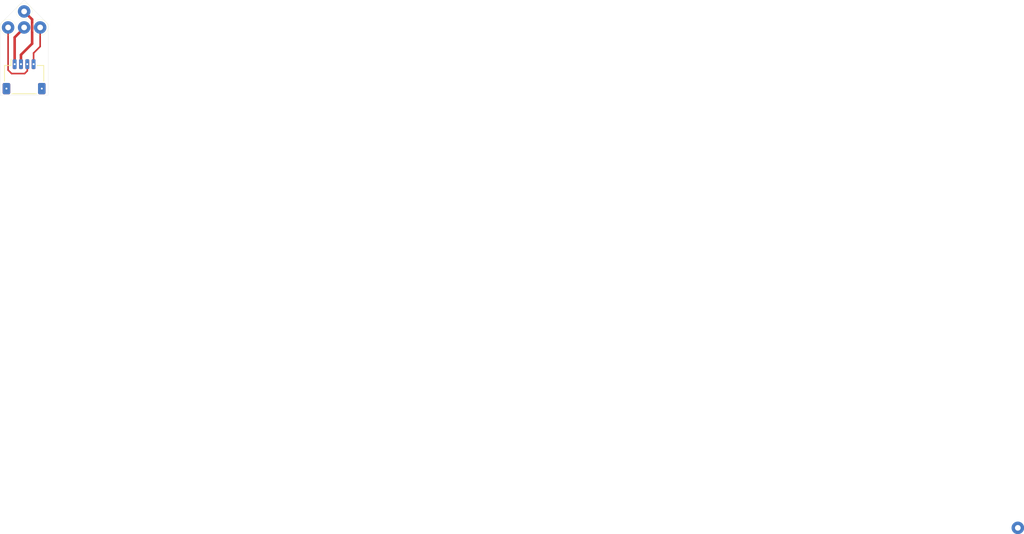
<source format=kicad_pcb>
(kicad_pcb (version 20221018) (generator pcbnew)
  (layers (0 "F.Cu" signal) (31 "B.Cu" signal) (34 "B.Paste" user) (35 "F.Paste" user) (36 "B.SilkS" user "B.Silkscreen") (37 "F.SilkS" user "F.Silkscreen") (38 "B.Mask" user) (39 "F.Mask" user) (44 "Edge.Cuts" user))
  (net 0 "")
  (footprint "pogo:POGO_PAD2" (layer "F.Cu") (at 5.08 0)
    (fp_text reference "REF**" hide)
    (fp_text value "POGO_PAD2" hide)
    (fp_circle (center 0 0) (end 0.85 0) (stroke (width 0.3)) (fill none) (layer "B.Cu"))
    (pad "4" thru_hole circle (at 0 0) (size 1.5 1.5) (drill 0.9) (layers "*.Cu" "*.Mask"))
  )
  (footprint "pogo:JST_SH_SM04B-SRSS-TB_1x04-1MP_P1.00mm_Horizontal" (layer "F.Cu") (at 2.54 7.8232)
    (fp_text reference "REF**" hide)
    (fp_text value "JST_SH_SM04B-SRSS-TB_1x04-1MP_P1.00mm_Horizontal" hide)
    (fp_line (start -3.11 -1.785) (end -2.06 -1.785) (stroke (width 0.12)) (layer "F.SilkS"))
    (fp_line (start -3.11 0.715) (end -3.11 -1.785) (stroke (width 0.12)) (layer "F.SilkS"))
    (fp_line (start -2.06 -1.785) (end -2.06 -2.775) (stroke (width 0.12)) (layer "F.SilkS"))
    (fp_line (start -1.94 2.685) (end 1.94 2.685) (stroke (width 0.12)) (layer "F.SilkS"))
    (fp_line (start 3.11 -1.785) (end 2.06 -1.785) (stroke (width 0.12)) (layer "F.SilkS"))
    (fp_line (start 3.11 0.715) (end 3.11 -1.785) (stroke (width 0.12)) (layer "F.SilkS"))
    (pad "1" thru_hole roundrect (at -1.5 -2) (size 0.6 1.55) (drill 0.3) (layers "*.Cu" "F.Paste" "F.Mask"))
    (pad "2" thru_hole roundrect (at -0.5 -2) (size 0.6 1.55) (drill 0.3) (layers "*.Cu" "F.Paste" "F.Mask"))
    (pad "3" thru_hole roundrect (at 0.5 -2) (size 0.6 1.55) (drill 0.3) (layers "*.Cu" "F.Paste" "F.Mask"))
    (pad "4" thru_hole roundrect (at 1.5 -2) (size 0.6 1.55) (drill 0.3) (layers "*.Cu" "F.Paste" "F.Mask"))
    (pad "MP" thru_hole roundrect (at -2.8 1.875) (size 1.2 1.8) (drill 0.3) (layers "*.Cu" "F.Paste" "F.Mask") (roundrect_rratio 0.208333))
    (pad "MP" thru_hole roundrect (at 2.8 1.875) (size 1.2 1.8) (drill 0.3) (layers "*.Cu" "F.Paste" "F.Mask") (roundrect_rratio 0.208333))
  )
  (footprint "pogo:POGO_PAD2" (layer "F.Cu") (at 160.02 79.375)
    (fp_text reference "REF**" hide)
    (fp_text value "POGO_PAD2" hide)
    (fp_circle (center 0 0) (end 0.85 0) (stroke (width 0.3)) (fill none) (layer "B.Cu"))
    (pad "1" thru_hole circle (at 0 0) (size 1.5 1.5) (drill 0.9) (layers "*.Cu" "*.Mask"))
  )
  (footprint "pogo:POGO_PAD2" (layer "F.Cu") (at 2.54 0)
    (fp_text reference "REF**" hide)
    (fp_text value "POGO_PAD2" hide)
    (fp_circle (center 0 0) (end 0.85 0) (stroke (width 0.3)) (fill none) (layer "B.Cu"))
    (pad "2" thru_hole circle (at 0 0) (size 1.5 1.5) (drill 0.9) (layers "*.Cu" "*.Mask"))
  )
  (footprint "pogo:POGO_PAD2" (layer "F.Cu") (at 0 0)
    (fp_text reference "REF**" hide)
    (fp_text value "POGO_PAD2" hide)
    (fp_circle (center 0 0) (end 0.85 0) (stroke (width 0.3)) (fill none) (layer "B.Cu"))
    (pad "3" thru_hole circle (at 0 0) (size 1.5 1.5) (drill 0.9) (layers "*.Cu" "*.Mask"))
  )
  (footprint "pogo:POGO_PAD2" (layer "F.Cu") (at 2.54 -2.54)
    (fp_text reference "REF**" hide)
    (fp_text value "POGO_PAD2" hide)
    (fp_circle (center 0 0) (end 0.85 0) (stroke (width 0.3)) (fill none) (layer "B.Cu"))
    (pad "1" thru_hole circle (at 0 0) (size 1.5 1.5) (drill 0.9) (layers "*.Cu" "*.Mask"))
  )
  (gr_circle (center 0 0) (end 1.27 0) (stroke (width 0.0254)) (fill none) (layer "F.SilkS"))
  (gr_circle (center 5.08 0) (end 6.35 0) (stroke (width 0.0254)) (fill none) (layer "F.SilkS"))
  (gr_circle (center 2.54 -2.54) (end 3.81 -2.54) (stroke (width 0.0254)) (fill none) (layer "F.SilkS"))
  (gr_line (start 6.35 10.7188) (end 6.35 -0.5334) (stroke (width 0.0254)) (layer "Edge.Cuts"))
  (gr_line (start 6.35 -0.5334) (end 2.54 -4.3434) (stroke (width 0.0254)) (layer "Edge.Cuts"))
  (gr_line (start -1.27 10.7188) (end -1.27 -0.5334) (stroke (width 0.0254)) (layer "Edge.Cuts"))
  (gr_line (start -1.27 -0.5334) (end 2.54 -4.3434) (stroke (width 0.0254)) (layer "Edge.Cuts"))
  (gr_line (start -1.27 10.7188) (end 6.35 10.7188) (stroke (width 0.0254)) (layer "Edge.Cuts"))
  (segment (start 3.81 2.5654) (end 2.04 4.3354) (width 0.4064) (layer "F.Cu") (net 0))
  (segment (start 2.04 4.3354) (end 2.04 5.62) (width 0.4064) (layer "F.Cu") (net 0))
  (segment (start 4.04 5.62) (end 4.04 4.0626) (width 0.254) (layer "F.Cu") (net 0))
  (segment (start 4.04 4.0626) (end 5.08 3.0226) (width 0.254) (layer "F.Cu") (net 0))
  (segment (start 3.048 5.8312) (end 3.048 6.858) (width 0.254) (layer "F.Cu") (net 0))
  (segment (start 3.81 2.5654) (end 3.81 -1.27) (width 0.4064) (layer "F.Cu") (net 0))
  (segment (start 3.81 -1.27) (end 2.54 -2.54) (width 0.4064) (layer "F.Cu") (net 0))
  (segment (start 0 6.7564) (end 0 0) (width 0.254) (layer "F.Cu") (net 0))
  (segment (start 1.04 5.62) (end 1.04 1.5762) (width 0.4064) (layer "F.Cu") (net 0))
  (segment (start 3.048 6.8834) (end 2.6162 7.3152) (width 0.254) (layer "F.Cu") (net 0))
  (segment (start 5.08 3.0226) (end 5.08 0) (width 0.254) (layer "F.Cu") (net 0))
  (segment (start 2.6162 7.3152) (end 0.5588 7.3152) (width 0.254) (layer "F.Cu") (net 0))
  (segment (start 1.04 1.5762) (end 2.54 0.0762) (width 0.4064) (layer "F.Cu") (net 0))
  (segment (start 0.5588 7.3152) (end 0 6.7564) (width 0.254) (layer "F.Cu") (net 0))
  (segment (start 2.54 0.0762) (end 2.54 0) (width 0.4064) (layer "F.Cu") (net 0))
)
</source>
